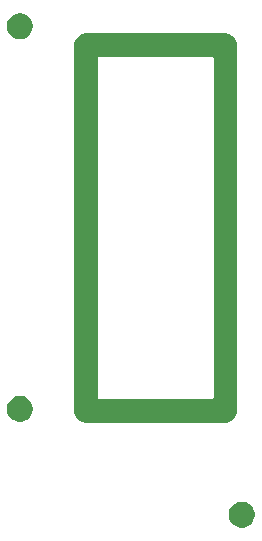
<source format=gts>
G04 #@! TF.GenerationSoftware,KiCad,Pcbnew,(5.1.5)-3*
G04 #@! TF.CreationDate,2021-03-06T02:02:41+09:00*
G04 #@! TF.ProjectId,Getta25,47657474-6132-4352-9e6b-696361645f70,rev?*
G04 #@! TF.SameCoordinates,Original*
G04 #@! TF.FileFunction,Soldermask,Top*
G04 #@! TF.FilePolarity,Negative*
%FSLAX46Y46*%
G04 Gerber Fmt 4.6, Leading zero omitted, Abs format (unit mm)*
G04 Created by KiCad (PCBNEW (5.1.5)-3) date 2021-03-06 02:02:41*
%MOMM*%
%LPD*%
G04 APERTURE LIST*
%ADD10C,0.100000*%
G04 APERTURE END LIST*
D10*
G36*
X128677107Y-49842272D02*
G01*
X128877293Y-49925192D01*
X128877295Y-49925193D01*
X128967988Y-49985792D01*
X129057458Y-50045574D01*
X129210676Y-50198792D01*
X129331058Y-50378957D01*
X129413978Y-50579143D01*
X129456250Y-50791658D01*
X129456250Y-51008342D01*
X129413978Y-51220857D01*
X129331058Y-51421043D01*
X129331057Y-51421045D01*
X129210675Y-51601209D01*
X129057459Y-51754425D01*
X128877295Y-51874807D01*
X128877294Y-51874808D01*
X128877293Y-51874808D01*
X128677107Y-51957728D01*
X128464592Y-52000000D01*
X128247908Y-52000000D01*
X128035393Y-51957728D01*
X127835207Y-51874808D01*
X127835206Y-51874808D01*
X127835205Y-51874807D01*
X127655041Y-51754425D01*
X127501825Y-51601209D01*
X127381443Y-51421045D01*
X127381442Y-51421043D01*
X127298522Y-51220857D01*
X127256250Y-51008342D01*
X127256250Y-50791658D01*
X127298522Y-50579143D01*
X127381442Y-50378957D01*
X127501824Y-50198792D01*
X127655042Y-50045574D01*
X127744512Y-49985792D01*
X127835205Y-49925193D01*
X127835207Y-49925192D01*
X128035393Y-49842272D01*
X128247908Y-49800000D01*
X128464592Y-49800000D01*
X128677107Y-49842272D01*
G37*
G36*
X127071032Y-10164469D02*
G01*
X127165285Y-10193061D01*
X127259535Y-10221651D01*
X127259537Y-10221652D01*
X127433257Y-10314507D01*
X127458378Y-10335123D01*
X127478752Y-10348736D01*
X127508258Y-10364507D01*
X127660528Y-10489472D01*
X127785493Y-10641742D01*
X127878348Y-10815463D01*
X127935531Y-11003968D01*
X127950000Y-11150876D01*
X127950000Y-42149124D01*
X127935531Y-42296032D01*
X127935530Y-42296034D01*
X127882442Y-42471043D01*
X127878348Y-42484537D01*
X127785493Y-42658258D01*
X127660528Y-42810528D01*
X127508258Y-42935493D01*
X127478752Y-42951264D01*
X127458378Y-42964877D01*
X127433257Y-42985493D01*
X127259537Y-43078348D01*
X127259535Y-43078349D01*
X127172212Y-43104838D01*
X127071032Y-43135531D01*
X126924124Y-43150000D01*
X115175876Y-43150000D01*
X115028968Y-43135531D01*
X114927788Y-43104838D01*
X114840465Y-43078349D01*
X114840463Y-43078348D01*
X114666743Y-42985493D01*
X114641621Y-42964876D01*
X114621245Y-42951261D01*
X114591741Y-42935491D01*
X114439473Y-42810528D01*
X114314508Y-42658258D01*
X114221653Y-42484537D01*
X114217560Y-42471043D01*
X114164471Y-42296034D01*
X114164470Y-42296032D01*
X114150001Y-42149124D01*
X114150001Y-12274999D01*
X116150000Y-12274999D01*
X116150000Y-41025001D01*
X116152402Y-41049387D01*
X116159515Y-41072836D01*
X116171066Y-41094447D01*
X116186611Y-41113389D01*
X116205553Y-41128934D01*
X116227164Y-41140485D01*
X116250613Y-41147598D01*
X116274999Y-41150000D01*
X125825002Y-41150000D01*
X125849388Y-41147598D01*
X125872837Y-41140485D01*
X125894448Y-41128934D01*
X125913390Y-41113389D01*
X125928935Y-41094447D01*
X125940486Y-41072836D01*
X125947599Y-41049387D01*
X125950001Y-41025001D01*
X125950000Y-12274999D01*
X125947598Y-12250613D01*
X125940485Y-12227164D01*
X125928934Y-12205553D01*
X125913389Y-12186611D01*
X125894447Y-12171066D01*
X125872836Y-12159515D01*
X125849387Y-12152402D01*
X125825001Y-12150000D01*
X116274999Y-12150000D01*
X116250613Y-12152402D01*
X116227164Y-12159515D01*
X116205553Y-12171066D01*
X116186611Y-12186611D01*
X116171066Y-12205553D01*
X116159515Y-12227164D01*
X116152402Y-12250613D01*
X116150000Y-12274999D01*
X114150001Y-12274999D01*
X114150000Y-11150877D01*
X114164469Y-11003969D01*
X114221652Y-10815464D01*
X114314507Y-10641742D01*
X114439472Y-10489472D01*
X114591742Y-10364507D01*
X114621248Y-10348736D01*
X114641622Y-10335123D01*
X114666743Y-10314507D01*
X114840463Y-10221652D01*
X114840465Y-10221651D01*
X114934715Y-10193061D01*
X115028968Y-10164469D01*
X115175876Y-10150000D01*
X126924124Y-10150000D01*
X127071032Y-10164469D01*
G37*
G36*
X109870857Y-40892272D02*
G01*
X110071043Y-40975192D01*
X110071045Y-40975193D01*
X110145588Y-41025001D01*
X110251208Y-41095574D01*
X110404426Y-41248792D01*
X110524808Y-41428957D01*
X110607728Y-41629143D01*
X110650000Y-41841658D01*
X110650000Y-42058342D01*
X110607728Y-42270857D01*
X110524808Y-42471043D01*
X110404426Y-42651208D01*
X110251208Y-42804426D01*
X110167245Y-42860528D01*
X110071045Y-42924807D01*
X110071044Y-42924808D01*
X110071043Y-42924808D01*
X109870857Y-43007728D01*
X109658342Y-43050000D01*
X109441658Y-43050000D01*
X109229143Y-43007728D01*
X109028957Y-42924808D01*
X109028956Y-42924808D01*
X109028955Y-42924807D01*
X108932755Y-42860528D01*
X108848792Y-42804426D01*
X108695574Y-42651208D01*
X108575192Y-42471043D01*
X108492272Y-42270857D01*
X108450000Y-42058342D01*
X108450000Y-41841658D01*
X108492272Y-41629143D01*
X108575192Y-41428957D01*
X108695574Y-41248792D01*
X108848792Y-41095574D01*
X108954412Y-41025001D01*
X109028955Y-40975193D01*
X109028957Y-40975192D01*
X109229143Y-40892272D01*
X109441658Y-40850000D01*
X109658342Y-40850000D01*
X109870857Y-40892272D01*
G37*
G36*
X109870857Y-8486022D02*
G01*
X110071043Y-8568942D01*
X110071045Y-8568943D01*
X110161738Y-8629542D01*
X110251208Y-8689324D01*
X110404426Y-8842542D01*
X110524808Y-9022707D01*
X110607728Y-9222893D01*
X110650000Y-9435408D01*
X110650000Y-9652092D01*
X110607728Y-9864607D01*
X110524808Y-10064793D01*
X110419999Y-10221652D01*
X110404425Y-10244959D01*
X110251209Y-10398175D01*
X110071045Y-10518557D01*
X110071044Y-10518558D01*
X110071043Y-10518558D01*
X109870857Y-10601478D01*
X109658342Y-10643750D01*
X109441658Y-10643750D01*
X109229143Y-10601478D01*
X109028957Y-10518558D01*
X109028956Y-10518558D01*
X109028955Y-10518557D01*
X108848791Y-10398175D01*
X108695575Y-10244959D01*
X108680002Y-10221652D01*
X108575192Y-10064793D01*
X108492272Y-9864607D01*
X108450000Y-9652092D01*
X108450000Y-9435408D01*
X108492272Y-9222893D01*
X108575192Y-9022707D01*
X108695574Y-8842542D01*
X108848792Y-8689324D01*
X108938262Y-8629542D01*
X109028955Y-8568943D01*
X109028957Y-8568942D01*
X109229143Y-8486022D01*
X109441658Y-8443750D01*
X109658342Y-8443750D01*
X109870857Y-8486022D01*
G37*
M02*

</source>
